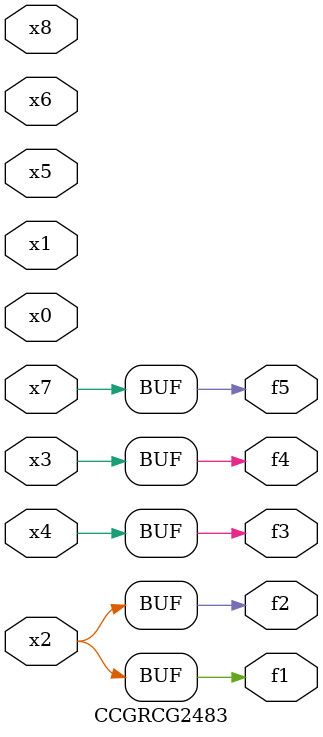
<source format=v>
module CCGRCG2483(
	input x0, x1, x2, x3, x4, x5, x6, x7, x8,
	output f1, f2, f3, f4, f5
);
	assign f1 = x2;
	assign f2 = x2;
	assign f3 = x4;
	assign f4 = x3;
	assign f5 = x7;
endmodule

</source>
